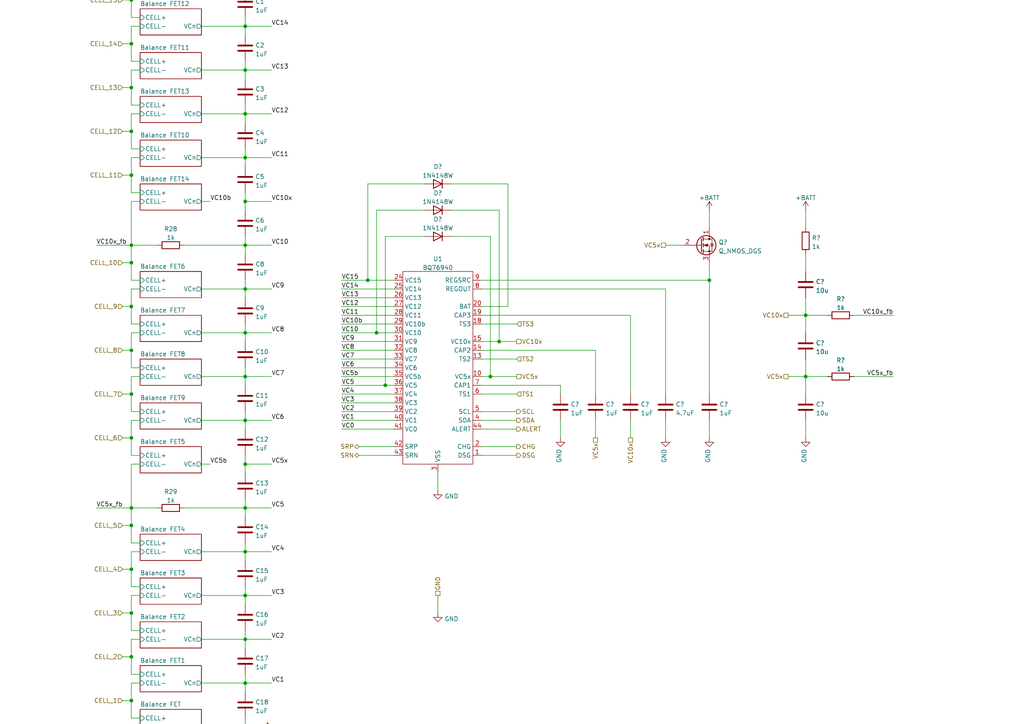
<source format=kicad_sch>
(kicad_sch (version 20211123) (generator eeschema)
  (paper "A4")
  (title_block (title "Protection and Balancing") (date "2022-10-30") (rev "Rev 0") (company "QTech BMS Dept"))
  (lib_symbols
    (symbol "BQ76940:BQ76940"
      (property "Reference" "U" (at 0 31.75 0))
      (property "Value" "BQ76940" (at 0 29.21 0))
      (symbol "BQ76940_0_1"
        (rectangle (start -10.16 27.94) (end 10.16 -27.94) (stroke (width 0.1524)))
      )
      (symbol "BQ76940_1_1"
        (pin input line (at 12.7 -25.4 180) (length 2.54) (name "DSG") (number "1"))
        (pin input line (at 12.7 -2.54 180) (length 2.54) (name "VC5x") (number "10"))
        (pin input line (at 12.7 5.08 180) (length 2.54) hide (name "N/C") (number "11"))
        (pin input line (at 12.7 5.08 180) (length 2.54) hide (name "NC") (number "12"))
        (pin input line (at 12.7 2.54 180) (length 2.54) (name "TS2") (number "13"))
        (pin input line (at 12.7 5.08 180) (length 2.54) (name "CAP2") (number "14"))
        (pin input line (at 12.7 7.62 180) (length 2.54) (name "VC10x") (number "15"))
        (pin input line (at 12.7 15.24 180) (length 2.54) hide (name "NC") (number "16"))
        (pin input line (at 12.7 15.24 180) (length 2.54) hide (name "NC") (number "17"))
        (pin input line (at 12.7 12.7 180) (length 2.54) (name "TS3") (number "18"))
        (pin input line (at 12.7 15.24 180) (length 2.54) (name "CAP3") (number "19"))
        (pin input line (at 12.7 -22.86 180) (length 2.54) (name "CHG") (number "2"))
        (pin input line (at 12.7 17.78 180) (length 2.54) (name "BAT") (number "20"))
        (pin no_connect line (at 38.1 10.16 180) (length 2.54) hide (name "NC") (number "21"))
        (pin no_connect line (at 38.1 7.62 180) (length 2.54) hide (name "NC") (number "22"))
        (pin no_connect line (at 38.1 5.08 180) (length 2.54) hide (name "NC") (number "23"))
        (pin input line (at -12.7 25.4 0) (length 2.54) (name "VC15") (number "24"))
        (pin input line (at -12.7 22.86 0) (length 2.54) (name "VC14") (number "25"))
        (pin input line (at -12.7 20.32 0) (length 2.54) (name "VC13") (number "26"))
        (pin input line (at -12.7 17.78 0) (length 2.54) (name "VC12") (number "27"))
        (pin input line (at -12.7 15.24 0) (length 2.54) (name "VC11") (number "28"))
        (pin input line (at -12.7 12.7 0) (length 2.54) (name "VC10b") (number "29"))
        (pin input line (at 0 -30.48 90) (length 2.54) (name "VSS") (number "3"))
        (pin input line (at -12.7 10.16 0) (length 2.54) (name "VC10") (number "30"))
        (pin input line (at -12.7 7.62 0) (length 2.54) (name "VC9") (number "31"))
        (pin input line (at -12.7 5.08 0) (length 2.54) (name "VC8") (number "32"))
        (pin input line (at -12.7 2.54 0) (length 2.54) (name "VC7") (number "33"))
        (pin input line (at -12.7 0 0) (length 2.54) (name "VC6") (number "34"))
        (pin input line (at -12.7 -2.54 0) (length 2.54) (name "VC5b") (number "35"))
        (pin input line (at -12.7 -5.08 0) (length 2.54) (name "VC5") (number "36"))
        (pin input line (at -12.7 -7.62 0) (length 2.54) (name "VC4") (number "37"))
        (pin input line (at -12.7 -10.16 0) (length 2.54) (name "VC3") (number "38"))
        (pin input line (at -12.7 -12.7 0) (length 2.54) (name "VC2") (number "39"))
        (pin input line (at 12.7 -15.24 180) (length 2.54) (name "SDA") (number "4"))
        (pin input line (at -12.7 -15.24 0) (length 2.54) (name "VC1") (number "40"))
        (pin input line (at -12.7 -17.78 0) (length 2.54) (name "VC0") (number "41"))
        (pin input line (at -12.7 -22.86 0) (length 2.54) (name "SRP") (number "42"))
        (pin input line (at -12.7 -25.4 0) (length 2.54) (name "SRN") (number "43"))
        (pin input line (at 12.7 -17.78 180) (length 2.54) (name "ALERT") (number "44"))
        (pin input line (at 12.7 -12.7 180) (length 2.54) (name "SCL") (number "5"))
        (pin input line (at 12.7 -7.62 180) (length 2.54) (name "TS1") (number "6"))
        (pin input line (at 12.7 -5.08 180) (length 2.54) (name "CAP1") (number "7"))
        (pin input line (at 12.7 22.86 180) (length 2.54) (name "REGOUT") (number "8"))
        (pin input line (at 12.7 25.4 180) (length 2.54) (name "REGSRC") (number "9"))
      )
    )
    (symbol "Device:C" (pin_numbers hide) (pin_names (offset 0.254))
      (property "Reference" "C" (at 0.635 2.54 0))
      (property "Value" "C" (at 0.635 -2.54 0))
      (symbol "C_0_1"
        (polyline (pts (xy -2.032 -0.762) (xy 2.032 -0.762)) (stroke (width 0.508)))
        (polyline (pts (xy -2.032 0.762) (xy 2.032 0.762)) (stroke (width 0.508)))
      )
      (symbol "C_1_1"
        (pin passive line (at 0 3.81 270) (length 2.794) (name "~") (number "1"))
        (pin passive line (at 0 -3.81 90) (length 2.794) (name "~") (number "2"))
      )
    )
    (symbol "Device:Q_NMOS_DGS" (pin_names (offset 0) hide)
      (property "Reference" "Q" (at 5.08 1.27 0))
      (property "Value" "Q_NMOS_DGS" (at 5.08 -1.27 0))
      (symbol "Q_NMOS_DGS_0_1"
        (polyline (pts (xy 0.254 0) (xy -2.54 0)))
        (polyline (pts (xy 0.254 1.905) (xy 0.254 -1.905)) (stroke (width 0.254)))
        (polyline (pts (xy 0.762 -1.27) (xy 0.762 -2.286)) (stroke (width 0.254)))
        (polyline (pts (xy 0.762 0.508) (xy 0.762 -0.508)) (stroke (width 0.254)))
        (polyline (pts (xy 0.762 2.286) (xy 0.762 1.27)) (stroke (width 0.254)))
        (polyline (pts (xy 2.54 2.54) (xy 2.54 1.778)))
        (polyline (pts (xy 2.54 -2.54) (xy 2.54 0) (xy 0.762 0)))
        (polyline (pts (xy 0.762 -1.778) (xy 3.302 -1.778) (xy 3.302 1.778) (xy 0.762 1.778)))
        (polyline (pts (xy 1.016 0) (xy 2.032 0.381) (xy 2.032 -0.381) (xy 1.016 0)) (fill (type outline)))
        (polyline (pts (xy 2.794 0.508) (xy 2.921 0.381) (xy 3.683 0.381) (xy 3.81 0.254)))
        (polyline (pts (xy 3.302 0.381) (xy 2.921 -0.254) (xy 3.683 -0.254) (xy 3.302 0.381)))
        (circle (center 1.651 0) (radius 2.794) (stroke (width 0.254)))
        (circle (center 2.54 -1.778) (radius 0.254) (fill (type outline)))
        (circle (center 2.54 1.778) (radius 0.254) (fill (type outline)))
      )
      (symbol "Q_NMOS_DGS_1_1"
        (pin passive line (at 2.54 5.08 270) (length 2.54) (name "D") (number "1"))
        (pin input line (at -5.08 0 0) (length 2.54) (name "G") (number "2"))
        (pin passive line (at 2.54 -5.08 90) (length 2.54) (name "S") (number "3"))
      )
    )
    (symbol "Device:R" (pin_numbers hide) (pin_names (offset 0))
      (property "Reference" "R" (at 2.032 0 90))
      (property "Value" "R" (at 0 0 90))
      (symbol "R_0_1"
        (rectangle (start -1.016 -2.54) (end 1.016 2.54) (stroke (width 0.254)))
      )
      (symbol "R_1_1"
        (pin passive line (at 0 3.81 270) (length 1.27) (name "~") (number "1"))
        (pin passive line (at 0 -3.81 90) (length 1.27) (name "~") (number "2"))
      )
    )
    (symbol "Diode:1N4148W" (pin_numbers hide) (pin_names hide)
      (property "Reference" "D" (at 0 2.54 0))
      (property "Value" "1N4148W" (at 0 -2.54 0))
      (symbol "1N4148W_0_1"
        (polyline (pts (xy -1.27 1.27) (xy -1.27 -1.27)) (stroke (width 0.254)))
        (polyline (pts (xy 1.27 0) (xy -1.27 0)))
        (polyline (pts (xy 1.27 1.27) (xy 1.27 -1.27) (xy -1.27 0) (xy 1.27 1.27)) (stroke (width 0.254)))
      )
      (symbol "1N4148W_1_1"
        (pin passive line (at -3.81 0 0) (length 2.54) (name "K") (number "1"))
        (pin passive line (at 3.81 0 180) (length 2.54) (name "A") (number "2"))
      )
    )
    (symbol "power:+BATT" (power) (pin_names (offset 0))
      (property "Value" "+BATT" (at 0 3.556 0))
      (symbol "+BATT_0_1"
        (polyline (pts (xy -0.762 1.27) (xy 0 2.54)))
        (polyline (pts (xy 0 0) (xy 0 2.54)))
        (polyline (pts (xy 0 2.54) (xy 0.762 1.27)))
      )
      (symbol "+BATT_1_1"
        (pin power_in line (at 0 0 90) (length 0) hide (name "+BATT") (number "1"))
      )
    )
    (symbol "power:GND" (power) (pin_names (offset 0))
      (property "Value" "GND" (at 0 -3.81 0))
      (symbol "GND_0_1"
        (polyline (pts (xy 0 0) (xy 0 -1.27) (xy 1.27 -1.27) (xy 0 -2.54) (xy -1.27 -1.27) (xy 0 -1.27)))
      )
      (symbol "GND_1_1"
        (pin power_in line (at 0 0 270) (length 0) hide (name "GND") (number "1"))
      )
    )
  )
  (junction (at 38.1 -5.08))
  (junction (at 71.12 20.32))
  (junction (at 38.1 25.4))
  (junction (at 142.24 109.22))
  (junction (at 71.12 185.42))
  (junction (at 38.1 38.1))
  (junction (at 71.12 198.12))
  (junction (at 71.12 -5.08))
  (junction (at 38.1 114.3))
  (junction (at 109.22 96.52))
  (junction (at 38.1 76.2))
  (junction (at 71.12 33.02))
  (junction (at 38.1 177.8))
  (junction (at 38.1 12.7))
  (junction (at 38.1 203.2))
  (junction (at 38.1 147.32))
  (junction (at 106.68 81.28))
  (junction (at 71.12 96.52))
  (junction (at 71.12 160.02))
  (junction (at 71.12 210.82))
  (junction (at 233.68 109.22))
  (junction (at 38.1 215.9))
  (junction (at 38.1 50.8))
  (junction (at 38.1 127))
  (junction (at 38.1 152.4))
  (junction (at 71.12 121.92))
  (junction (at 71.12 147.32))
  (junction (at 111.76 111.76))
  (junction (at 233.68 91.44))
  (junction (at 71.12 223.52))
  (junction (at 71.12 45.72))
  (junction (at 71.12 58.42))
  (junction (at 71.12 7.62))
  (junction (at 71.12 134.62))
  (junction (at 71.12 172.72))
  (junction (at 71.12 71.12))
  (junction (at 38.1 165.1))
  (junction (at 38.1 0))
  (junction (at 144.78 99.06))
  (junction (at 205.74 81.28))
  (junction (at 38.1 190.5))
  (junction (at 71.12 83.82))
  (junction (at 38.1 101.6))
  (junction (at 71.12 109.22))
  (junction (at 38.1 71.12))
  (junction (at 38.1 88.9))
  (wire (pts (xy 99.06 106.68) (xy 114.3 106.68)))
  (wire (pts (xy 58.42 134.62) (xy 60.96 134.62)))
  (wire (pts (xy 99.06 119.38) (xy 114.3 119.38)))
  (wire (pts (xy 162.56 111.76) (xy 162.56 114.3)))
  (wire (pts (xy 35.56 177.8) (xy 38.1 177.8)))
  (wire (pts (xy 106.68 81.28) (xy 106.68 53.34)))
  (wire (pts (xy 233.68 121.92) (xy 233.68 127)))
  (wire (pts (xy 139.7 83.82) (xy 193.04 83.82)))
  (wire (pts (xy 38.1 190.5) (xy 38.1 185.42)))
  (wire (pts (xy 147.32 88.9) (xy 147.32 53.34)))
  (wire (pts (xy 38.1 165.1) (xy 38.1 160.02)))
  (wire (pts (xy 58.42 7.62) (xy 71.12 7.62)))
  (wire (pts (xy 35.56 88.9) (xy 38.1 88.9)))
  (wire (pts (xy 139.7 119.38) (xy 149.86 119.38)))
  (wire (pts (xy 205.74 121.92) (xy 205.74 127)))
  (wire (pts (xy 71.12 7.62) (xy 71.12 10.16)))
  (wire (pts (xy 38.1 147.32) (xy 38.1 134.62)))
  (wire (pts (xy 38.1 210.82) (xy 40.64 210.82)))
  (wire (pts (xy 233.68 60.96) (xy 233.68 66.04)))
  (wire (pts (xy 38.1 208.28) (xy 40.64 208.28)))
  (wire (pts (xy 142.24 68.58) (xy 130.81 68.58)))
  (wire (pts (xy 71.12 81.28) (xy 71.12 83.82)))
  (wire (pts (xy 71.12 134.62) (xy 78.74 134.62)))
  (wire (pts (xy 233.68 104.14) (xy 233.68 109.22)))
  (wire (pts (xy 71.12 20.32) (xy 71.12 22.86)))
  (wire (pts (xy 99.06 93.98) (xy 114.3 93.98)))
  (wire (pts (xy 38.1 12.7) (xy 38.1 7.62)))
  (wire (pts (xy 71.12 -5.08) (xy 71.12 -2.54)))
  (wire (pts (xy 38.1 170.18) (xy 40.64 170.18)))
  (wire (pts (xy 99.06 91.44) (xy 114.3 91.44)))
  (wire (pts (xy 147.32 53.34) (xy 130.81 53.34)))
  (wire (pts (xy 193.04 121.92) (xy 193.04 127)))
  (wire (pts (xy 38.1 71.12) (xy 45.72 71.12)))
  (wire (pts (xy 99.06 83.82) (xy 114.3 83.82)))
  (wire (pts (xy 114.3 132.08) (xy 104.14 132.08)))
  (wire (pts (xy 38.1 93.98) (xy 38.1 88.9)))
  (wire (pts (xy 38.1 106.68) (xy 38.1 101.6)))
  (wire (pts (xy 58.42 172.72) (xy 71.12 172.72)))
  (wire (pts (xy 144.78 99.06) (xy 144.78 60.96)))
  (wire (pts (xy 71.12 182.88) (xy 71.12 185.42)))
  (wire (pts (xy 53.34 147.32) (xy 71.12 147.32)))
  (wire (pts (xy 38.1 -5.08) (xy 38.1 0)))
  (wire (pts (xy 38.1 147.32) (xy 45.72 147.32)))
  (wire (pts (xy 99.06 86.36) (xy 114.3 86.36)))
  (wire (pts (xy 38.1 81.28) (xy 38.1 76.2)))
  (wire (pts (xy 71.12 132.08) (xy 71.12 134.62)))
  (wire (pts (xy 38.1 101.6) (xy 38.1 96.52)))
  (wire (pts (xy 71.12 121.92) (xy 78.74 121.92)))
  (wire (pts (xy 193.04 83.82) (xy 193.04 114.3)))
  (wire (pts (xy 233.68 86.36) (xy 233.68 91.44)))
  (wire (pts (xy 139.7 124.46) (xy 149.86 124.46)))
  (wire (pts (xy 38.1 -5.08) (xy 45.72 -5.08)))
  (wire (pts (xy 38.1 127) (xy 38.1 121.92)))
  (wire (pts (xy 38.1 157.48) (xy 38.1 152.4)))
  (wire (pts (xy 71.12 210.82) (xy 76.2 210.82)))
  (wire (pts (xy 144.78 99.06) (xy 149.86 99.06)))
  (wire (pts (xy 71.12 96.52) (xy 71.12 99.06)))
  (wire (pts (xy 198.12 71.12) (xy 193.04 71.12)))
  (wire (pts (xy 71.12 17.78) (xy 71.12 20.32)))
  (wire (pts (xy 71.12 223.52) (xy 71.12 220.98)))
  (wire (pts (xy 127 137.16) (xy 127 142.24)))
  (wire (pts (xy 38.1 172.72) (xy 40.64 172.72)))
  (wire (pts (xy 35.56 152.4) (xy 38.1 152.4)))
  (wire (pts (xy 142.24 109.22) (xy 142.24 68.58)))
  (wire (pts (xy 71.12 195.58) (xy 71.12 198.12)))
  (wire (pts (xy 71.12 121.92) (xy 71.12 124.46)))
  (wire (pts (xy 71.12 20.32) (xy 78.74 20.32)))
  (wire (pts (xy 38.1 121.92) (xy 40.64 121.92)))
  (wire (pts (xy 35.56 114.3) (xy 38.1 114.3)))
  (wire (pts (xy 35.56 50.8) (xy 38.1 50.8)))
  (wire (pts (xy 71.12 157.48) (xy 71.12 160.02)))
  (wire (pts (xy 71.12 58.42) (xy 78.74 58.42)))
  (wire (pts (xy 109.22 96.52) (xy 114.3 96.52)))
  (wire (pts (xy 35.56 0) (xy 38.1 0)))
  (wire (pts (xy 71.12 172.72) (xy 78.74 172.72)))
  (wire (pts (xy 71.12 147.32) (xy 71.12 144.78)))
  (wire (pts (xy 58.42 210.82) (xy 60.96 210.82)))
  (wire (pts (xy 38.1 30.48) (xy 38.1 25.4)))
  (wire (pts (xy 71.12 45.72) (xy 71.12 48.26)))
  (wire (pts (xy 38.1 215.9) (xy 38.1 210.82)))
  (wire (pts (xy 172.72 121.92) (xy 172.72 127)))
  (wire (pts (xy 35.56 25.4) (xy 38.1 25.4)))
  (wire (pts (xy 172.72 101.6) (xy 172.72 114.3)))
  (wire (pts (xy 38.1 93.98) (xy 40.64 93.98)))
  (wire (pts (xy 71.12 185.42) (xy 78.74 185.42)))
  (wire (pts (xy 233.68 91.44) (xy 233.68 96.52)))
  (wire (pts (xy 58.42 83.82) (xy 71.12 83.82)))
  (wire (pts (xy 71.12 198.12) (xy 78.74 198.12)))
  (wire (pts (xy 71.12 109.22) (xy 78.74 109.22)))
  (wire (pts (xy 38.1 119.38) (xy 38.1 114.3)))
  (wire (pts (xy 114.3 129.54) (xy 104.14 129.54)))
  (wire (pts (xy 233.68 109.22) (xy 228.6 109.22)))
  (wire (pts (xy 58.42 33.02) (xy 71.12 33.02)))
  (wire (pts (xy 38.1 88.9) (xy 38.1 83.82)))
  (wire (pts (xy 139.7 104.14) (xy 149.86 104.14)))
  (wire (pts (xy 233.68 109.22) (xy 233.68 114.3)))
  (wire (pts (xy 38.1 114.3) (xy 38.1 109.22)))
  (wire (pts (xy 139.7 111.76) (xy 162.56 111.76)))
  (wire (pts (xy 38.1 43.18) (xy 38.1 38.1)))
  (wire (pts (xy 142.24 109.22) (xy 149.86 109.22)))
  (wire (pts (xy 106.68 81.28) (xy 114.3 81.28)))
  (wire (pts (xy 38.1 7.62) (xy 40.64 7.62)))
  (wire (pts (xy 58.42 45.72) (xy 71.12 45.72)))
  (wire (pts (xy 38.1 177.8) (xy 38.1 172.72)))
  (wire (pts (xy 71.12 30.48) (xy 71.12 33.02)))
  (wire (pts (xy 38.1 5.08) (xy 40.64 5.08)))
  (wire (pts (xy 35.56 127) (xy 38.1 127)))
  (wire (pts (xy 71.12 210.82) (xy 71.12 213.36)))
  (wire (pts (xy 38.1 -10.16) (xy 38.1 -5.08)))
  (wire (pts (xy 111.76 111.76) (xy 111.76 68.58)))
  (wire (pts (xy 38.1 160.02) (xy 40.64 160.02)))
  (wire (pts (xy 58.42 185.42) (xy 71.12 185.42)))
  (wire (pts (xy 71.12 208.28) (xy 71.12 210.82)))
  (wire (pts (xy 205.74 81.28) (xy 205.74 114.3)))
  (wire (pts (xy 38.1 203.2) (xy 38.1 198.12)))
  (wire (pts (xy 38.1 132.08) (xy 38.1 127)))
  (wire (pts (xy 38.1 83.82) (xy 40.64 83.82)))
  (wire (pts (xy 71.12 223.52) (xy 78.74 223.52)))
  (wire (pts (xy 38.1 195.58) (xy 38.1 190.5)))
  (wire (pts (xy 99.06 99.06) (xy 114.3 99.06)))
  (wire (pts (xy 38.1 96.52) (xy 40.64 96.52)))
  (wire (pts (xy 58.42 109.22) (xy 71.12 109.22)))
  (wire (pts (xy 71.12 7.62) (xy 78.74 7.62)))
  (wire (pts (xy 205.74 76.2) (xy 205.74 81.28)))
  (wire (pts (xy 38.1 58.42) (xy 40.64 58.42)))
  (wire (pts (xy 38.1 17.78) (xy 40.64 17.78)))
  (wire (pts (xy 71.12 160.02) (xy 78.74 160.02)))
  (wire (pts (xy 35.56 165.1) (xy 38.1 165.1)))
  (wire (pts (xy 38.1 43.18) (xy 40.64 43.18)))
  (wire (pts (xy 38.1 198.12) (xy 40.64 198.12)))
  (wire (pts (xy 35.56 203.2) (xy 38.1 203.2)))
  (wire (pts (xy 71.12 33.02) (xy 71.12 35.56)))
  (wire (pts (xy 71.12 83.82) (xy 71.12 86.36)))
  (wire (pts (xy 38.1 30.48) (xy 40.64 30.48)))
  (wire (pts (xy 182.88 91.44) (xy 182.88 114.3)))
  (wire (pts (xy 35.56 101.6) (xy 38.1 101.6)))
  (wire (pts (xy 99.06 81.28) (xy 106.68 81.28)))
  (wire (pts (xy 38.1 55.88) (xy 38.1 50.8)))
  (wire (pts (xy 71.12 -5.08) (xy 78.74 -5.08)))
  (wire (pts (xy 38.1 71.12) (xy 38.1 76.2)))
  (wire (pts (xy 162.56 121.92) (xy 162.56 127)))
  (wire (pts (xy 71.12 58.42) (xy 71.12 60.96)))
  (wire (pts (xy 38.1 20.32) (xy 40.64 20.32)))
  (wire (pts (xy 247.65 91.44) (xy 259.08 91.44)))
  (wire (pts (xy 38.1 106.68) (xy 40.64 106.68)))
  (wire (pts (xy 38.1 195.58) (xy 40.64 195.58)))
  (wire (pts (xy 71.12 106.68) (xy 71.12 109.22)))
  (wire (pts (xy 71.12 172.72) (xy 71.12 175.26)))
  (wire (pts (xy 38.1 50.8) (xy 38.1 45.72)))
  (wire (pts (xy 38.1 71.12) (xy 38.1 58.42)))
  (wire (pts (xy 106.68 53.34) (xy 123.19 53.34)))
  (wire (pts (xy 71.12 170.18) (xy 71.12 172.72)))
  (wire (pts (xy 144.78 60.96) (xy 130.81 60.96)))
  (wire (pts (xy 58.42 96.52) (xy 71.12 96.52)))
  (wire (pts (xy 139.7 99.06) (xy 144.78 99.06)))
  (wire (pts (xy 58.42 20.32) (xy 71.12 20.32)))
  (wire (pts (xy 58.42 121.92) (xy 71.12 121.92)))
  (wire (pts (xy 71.12 109.22) (xy 71.12 111.76)))
  (wire (pts (xy 38.1 185.42) (xy 40.64 185.42)))
  (wire (pts (xy 38.1 215.9) (xy 38.1 220.98)))
  (wire (pts (xy 58.42 58.42) (xy 60.96 58.42)))
  (wire (pts (xy 109.22 96.52) (xy 109.22 60.96)))
  (wire (pts (xy 71.12 45.72) (xy 78.74 45.72)))
  (wire (pts (xy 71.12 71.12) (xy 71.12 68.58)))
  (wire (pts (xy 139.7 109.22) (xy 142.24 109.22)))
  (wire (pts (xy 99.06 88.9) (xy 114.3 88.9)))
  (wire (pts (xy 71.12 96.52) (xy 78.74 96.52)))
  (wire (pts (xy 35.56 12.7) (xy 38.1 12.7)))
  (wire (pts (xy 233.68 73.66) (xy 233.68 78.74)))
  (wire (pts (xy 71.12 55.88) (xy 71.12 58.42)))
  (wire (pts (xy 60.96 223.52) (xy 71.12 223.52)))
  (wire (pts (xy 71.12 147.32) (xy 71.12 149.86)))
  (wire (pts (xy 109.22 60.96) (xy 123.19 60.96)))
  (wire (pts (xy 127 172.72) (xy 127 177.8)))
  (wire (pts (xy 139.7 129.54) (xy 149.86 129.54)))
  (wire (pts (xy 182.88 121.92) (xy 182.88 127)))
  (wire (pts (xy 38.1 45.72) (xy 40.64 45.72)))
  (wire (pts (xy 53.34 71.12) (xy 71.12 71.12)))
  (wire (pts (xy 71.12 134.62) (xy 71.12 137.16)))
  (wire (pts (xy 111.76 68.58) (xy 123.19 68.58)))
  (wire (pts (xy 71.12 71.12) (xy 71.12 73.66)))
  (wire (pts (xy 35.56 215.9) (xy 38.1 215.9)))
  (wire (pts (xy 139.7 121.92) (xy 149.86 121.92)))
  (wire (pts (xy 35.56 190.5) (xy 38.1 190.5)))
  (wire (pts (xy 71.12 33.02) (xy 78.74 33.02)))
  (wire (pts (xy 71.12 43.18) (xy 71.12 45.72)))
  (wire (pts (xy 99.06 124.46) (xy 114.3 124.46)))
  (wire (pts (xy 38.1 132.08) (xy 40.64 132.08)))
  (wire (pts (xy 71.12 185.42) (xy 71.12 187.96)))
  (wire (pts (xy 99.06 96.52) (xy 109.22 96.52)))
  (wire (pts (xy 38.1 147.32) (xy 38.1 152.4)))
  (wire (pts (xy 99.06 101.6) (xy 114.3 101.6)))
  (wire (pts (xy 38.1 38.1) (xy 38.1 33.02)))
  (wire (pts (xy 99.06 111.76) (xy 111.76 111.76)))
  (wire (pts (xy 139.7 91.44) (xy 182.88 91.44)))
  (wire (pts (xy 38.1 33.02) (xy 40.64 33.02)))
  (wire (pts (xy 35.56 76.2) (xy 38.1 76.2)))
  (wire (pts (xy 247.65 109.22) (xy 259.08 109.22)))
  (wire (pts (xy 58.42 198.12) (xy 71.12 198.12)))
  (wire (pts (xy 38.1 17.78) (xy 38.1 12.7)))
  (wire (pts (xy 38.1 170.18) (xy 38.1 165.1)))
  (wire (pts (xy 233.68 91.44) (xy 228.6 91.44)))
  (wire (pts (xy 35.56 38.1) (xy 38.1 38.1)))
  (wire (pts (xy 71.12 119.38) (xy 71.12 121.92)))
  (wire (pts (xy 139.7 81.28) (xy 205.74 81.28)))
  (wire (pts (xy 71.12 93.98) (xy 71.12 96.52)))
  (wire (pts (xy 38.1 55.88) (xy 40.64 55.88)))
  (wire (pts (xy 139.7 132.08) (xy 149.86 132.08)))
  (wire (pts (xy 139.7 101.6) (xy 172.72 101.6)))
  (wire (pts (xy 38.1 208.28) (xy 38.1 203.2)))
  (wire (pts (xy 233.68 91.44) (xy 240.03 91.44)))
  (wire (pts (xy 139.7 93.98) (xy 149.86 93.98)))
  (wire (pts (xy 38.1 157.48) (xy 40.64 157.48)))
  (wire (pts (xy 38.1 109.22) (xy 40.64 109.22)))
  (wire (pts (xy 38.1 182.88) (xy 40.64 182.88)))
  (wire (pts (xy 139.7 88.9) (xy 147.32 88.9)))
  (wire (pts (xy 53.34 -5.08) (xy 71.12 -5.08)))
  (wire (pts (xy 139.7 114.3) (xy 149.86 114.3)))
  (wire (pts (xy 38.1 25.4) (xy 38.1 20.32)))
  (wire (pts (xy 38.1 81.28) (xy 40.64 81.28)))
  (wire (pts (xy 71.12 160.02) (xy 71.12 162.56)))
  (wire (pts (xy 38.1 182.88) (xy 38.1 177.8)))
  (wire (pts (xy 99.06 114.3) (xy 114.3 114.3)))
  (wire (pts (xy 38.1 5.08) (xy 38.1 0)))
  (wire (pts (xy 233.68 109.22) (xy 240.03 109.22)))
  (wire (pts (xy 38.1 134.62) (xy 40.64 134.62)))
  (wire (pts (xy 99.06 121.92) (xy 114.3 121.92)))
  (wire (pts (xy 71.12 5.08) (xy 71.12 7.62)))
  (wire (pts (xy 71.12 147.32) (xy 78.74 147.32)))
  (wire (pts (xy 38.1 119.38) (xy 40.64 119.38)))
  (wire (pts (xy 99.06 116.84) (xy 114.3 116.84)))
  (wire (pts (xy 71.12 198.12) (xy 71.12 200.66)))
  (wire (pts (xy 71.12 83.82) (xy 78.74 83.82)))
  (wire (pts (xy 27.94 147.32) (xy 38.1 147.32)))
  (wire (pts (xy 58.42 160.02) (xy 71.12 160.02)))
  (wire (pts (xy 27.94 71.12) (xy 38.1 71.12)))
  (wire (pts (xy 60.96 210.82) (xy 60.96 223.52)))
  (wire (pts (xy 205.74 60.96) (xy 205.74 66.04)))
  (wire (pts (xy 99.06 109.22) (xy 114.3 109.22)))
  (wire (pts (xy 99.06 104.14) (xy 114.3 104.14)))
  (wire (pts (xy 111.76 111.76) (xy 114.3 111.76)))
  (wire (pts (xy 71.12 71.12) (xy 78.74 71.12)))
  (label "VC7" (at 78.74 109.22 0))
  (label "VC4" (at 99.06 114.3 0))
  (label "VC1" (at 78.74 198.12 0))
  (label "VC5" (at 78.74 147.32 0))
  (label "VC15" (at 78.74 -5.08 0))
  (label "VC10x_fb" (at 259.08 91.44 180))
  (label "VC10" (at 99.06 96.52 0))
  (label "VC3" (at 78.74 172.72 0))
  (label "VC5b" (at 60.96 134.62 0))
  (label "VC15" (at 99.06 81.28 0))
  (label "VC5x_fb" (at 27.94 147.32 0))
  (label "VC3" (at 99.06 116.84 0))
  (label "VC0" (at 78.74 223.52 0))
  (label "VC5x" (at 78.74 134.62 0))
  (label "VC14" (at 99.06 83.82 0))
  (label "VC0" (at 99.06 124.46 0))
  (label "VC6" (at 99.06 106.68 0))
  (label "VC13" (at 99.06 86.36 0))
  (label "VC6" (at 78.74 121.92 0))
  (label "VC4" (at 78.74 160.02 0))
  (label "VC10b" (at 99.06 93.98 0))
  (label "VC7" (at 99.06 104.14 0))
  (label "VC10x" (at 78.74 58.42 0))
  (label "VC12" (at 99.06 88.9 0))
  (label "VC1" (at 99.06 121.92 0))
  (label "VC5x_fb" (at 259.08 109.22 180))
  (label "VC12" (at 78.74 33.02 0))
  (label "VC9" (at 99.06 99.06 0))
  (label "VC10x_fb" (at 27.94 71.12 0))
  (label "VC10b" (at 60.96 58.42 0))
  (label "VC10" (at 78.74 71.12 0))
  (label "VC5b" (at 99.06 109.22 0))
  (label "VC13" (at 78.74 20.32 0))
  (label "VC11" (at 78.74 45.72 0))
  (label "VC11" (at 99.06 91.44 0))
  (label "VC9" (at 78.74 83.82 0))
  (label "VC8" (at 78.74 96.52 0))
  (label "VC2" (at 99.06 119.38 0))
  (label "VC5" (at 99.06 111.76 0))
  (label "VC14" (at 78.74 7.62 0))
  (label "VC8" (at 99.06 101.6 0))
  (label "VC2" (at 78.74 185.42 0))
  (hierarchical_label "SRP" (shape bidirectional) (at 104.14 129.54 180))
  (hierarchical_label "DSG" (shape output) (at 149.86 132.08 0))
  (hierarchical_label "CELL_13" (shape input) (at 35.56 25.4 180))
  (hierarchical_label "CELL_2" (shape input) (at 35.56 190.5 180))
  (hierarchical_label "CELL_14" (shape input) (at 35.56 12.7 180))
  (hierarchical_label "CELL_0" (shape input) (at 35.56 215.9 180))
  (hierarchical_label "CELL_15" (shape input) (at 35.56 0 180))
  (hierarchical_label "CELL_9" (shape input) (at 35.56 88.9 180))
  (hierarchical_label "CELL_5" (shape input) (at 35.56 152.4 180))
  (hierarchical_label "CELL_3" (shape input) (at 35.56 177.8 180))
  (hierarchical_label "TS1" (shape input) (at 149.86 114.3 0))
  (hierarchical_label "TS2" (shape input) (at 149.86 104.14 0))
  (hierarchical_label "CELL_10" (shape input) (at 35.56 76.2 180))
  (hierarchical_label "SCL" (shape output) (at 149.86 119.38 0))
  (hierarchical_label "CELL_7" (shape input) (at 35.56 114.3 180))
  (hierarchical_label "CELL_1" (shape input) (at 35.56 203.2 180))
  (hierarchical_label "VC10x" (shape passive) (at 149.86 99.06 0))
  (hierarchical_label "VC5x" (shape passive) (at 172.72 127 270))
  (hierarchical_label "CELL_4" (shape input) (at 35.56 165.1 180))
  (hierarchical_label "VC5x" (shape passive) (at 228.6 109.22 180))
  (hierarchical_label "VC10x" (shape passive) (at 228.6 91.44 180))
  (hierarchical_label "VC5x" (shape passive) (at 193.04 71.12 180))
  (hierarchical_label "SRN" (shape bidirectional) (at 104.14 132.08 180))
  (hierarchical_label "TS3" (shape input) (at 149.86 93.98 0))
  (hierarchical_label "SDA" (shape output) (at 149.86 121.92 0))
  (hierarchical_label "VC10x" (shape passive) (at 182.88 127 270))
  (hierarchical_label "CHG" (shape output) (at 149.86 129.54 0))
  (hierarchical_label "VC5x" (shape passive) (at 149.86 109.22 0))
  (hierarchical_label "CELL_11" (shape input) (at 35.56 50.8 180))
  (hierarchical_label "CELL_8" (shape input) (at 35.56 101.6 180))
  (hierarchical_label "ALERT" (shape output) (at 149.86 124.46 0))
  (hierarchical_label "CELL_12" (shape input) (at 35.56 38.1 180))
  (hierarchical_label "CELL_6" (shape input) (at 35.56 127 180))
  (hierarchical_label "GND" (shape passive) (at 127 172.72 90))
  (symbol (lib_id "Device:C") (at 71.12 166.37 0) (unit 1)
    (property "Reference" "C15" (at 74.041 165.5353 0) (effects (justify left)))
    (property "Value" "1uF" (at 74.041 168.0722 0) (effects (justify left)))
    (property "Footprint" "Capacitor_SMD:C_0603_1608Metric" (effects hide))
    (property "Src_Value" "C_ine" (effects hide))
    (property "Src_Page" "20" (effects hide))
  )
  (symbol (lib_id "Device:C") (at 233.68 100.33 180) (unit 1)
    (property "Reference" "C?" (at 236.601 99.4953 0) (effects (justify right)))
    (property "Value" "10u" (at 236.601 102.0322 0) (effects (justify right)))
    (property "Footprint" "Capacitor_SMD:C_0603_1608Metric" (effects hide))
    (property "Src_Value" "C_ine" (effects hide))
    (property "Src_Page" "20" (effects hide))
  )
  (symbol (lib_id "Device:R") (at 243.84 91.44 90) (unit 1)
    (property "Reference" "R?" (at 243.84 86.7242 90))
    (property "Value" "1k" (at 243.84 89.2611 90))
    (property "Footprint" "Resistor_SMD:R_0603_1608Metric" (effects hide))
    (property "Src_Value" "R_cn" (effects hide))
    (property "Src_Page" "20" (effects hide))
  )
  (symbol (lib_id "power:GND") (at 193.04 127 0) (unit 1)
    (property "Reference" "#PWR?" (effects hide))
    (property "Value" "GND" (at 192.6062 130.175 90) (effects (justify right)))
  )
  (symbol (lib_id "power:GND") (at 162.56 127 0) (unit 1)
    (property "Reference" "#PWR?" (effects hide))
    (property "Value" "GND" (at 162.1262 130.175 90) (effects (justify right)))
  )
  (symbol (lib_id "power:+BATT") (at 38.1 -10.16 0) (unit 1)
    (property "Reference" "#PWR?" (effects hide))
    (property "Value" "+BATT" (at 38.1 -13.7358 0))
  )
  (symbol (lib_id "Diode:1N4148W") (at 127 53.34 180) (unit 1)
    (property "Reference" "D?" (at 127 48.3702 0))
    (property "Value" "1N4148W" (at 127 50.9071 0))
    (property "Footprint" "Diode_SMD:D_SOD-123" (effects hide))
    (property "Datasheet" "https://www.vishay.com/docs/85748/1n4148w.pdf" (effects hide))
  )
  (symbol (lib_id "Device:C") (at 71.12 102.87 0) (unit 1)
    (property "Reference" "C10" (at 74.041 102.0353 0) (effects (justify left)))
    (property "Value" "1uF" (at 74.041 104.5722 0) (effects (justify left)))
    (property "Footprint" "Capacitor_SMD:C_0603_1608Metric" (effects hide))
    (property "Src_Value" "C_ine" (effects hide))
    (property "Src_Page" "20" (effects hide))
  )
  (symbol (lib_id "Device:C") (at 233.68 82.55 180) (unit 1)
    (property "Reference" "C?" (at 236.601 81.7153 0) (effects (justify right)))
    (property "Value" "10u" (at 236.601 84.2522 0) (effects (justify right)))
    (property "Footprint" "Capacitor_SMD:C_0603_1608Metric" (effects hide))
    (property "Src_Value" "C_ine" (effects hide))
    (property "Src_Page" "20" (effects hide))
  )
  (symbol (lib_id "Device:R") (at 233.68 69.85 0) (unit 1)
    (property "Reference" "R?" (at 235.458 69.0153 0) (effects (justify left)))
    (property "Value" "1k" (at 235.458 71.5522 0) (effects (justify left)))
    (property "Footprint" "Resistor_SMD:R_0603_1608Metric" (effects hide))
    (property "Src_Value" "R_cn" (effects hide))
    (property "Src_Page" "20" (effects hide))
  )
  (symbol (lib_id "power:+BATT") (at 205.74 60.96 0) (unit 1)
    (property "Reference" "#PWR?" (effects hide))
    (property "Value" "+BATT" (at 205.74 57.3842 0))
  )
  (symbol (lib_id "Diode:1N4148W") (at 127 68.58 180) (unit 1)
    (property "Reference" "D?" (at 127 63.6102 0))
    (property "Value" "1N4148W" (at 127 66.1471 0))
    (property "Footprint" "Diode_SMD:D_SOD-123" (effects hide))
    (property "Datasheet" "https://www.vishay.com/docs/85748/1n4148w.pdf" (effects hide))
  )
  (symbol (lib_id "Device:R") (at 49.53 147.32 90) (unit 1)
    (property "Reference" "R29" (at 49.53 142.6042 90))
    (property "Value" "1k" (at 49.53 145.1411 90))
    (property "Footprint" "Resistor_SMD:R_0603_1608Metric" (effects hide))
    (property "Src_Value" "R_cn" (effects hide))
    (property "Src_Page" "20" (effects hide))
  )
  (symbol (lib_id "power:+BATT") (at 233.68 60.96 0) (unit 1)
    (property "Reference" "#PWR?" (effects hide))
    (property "Value" "+BATT" (at 233.68 57.3842 0))
  )
  (symbol (lib_id "Device:C") (at 71.12 77.47 0) (unit 1)
    (property "Reference" "C8" (at 74.041 76.6353 0) (effects (justify left)))
    (property "Value" "1uF" (at 74.041 79.1722 0) (effects (justify left)))
    (property "Footprint" "Capacitor_SMD:C_0603_1608Metric" (effects hide))
    (property "Src_Value" "C_ine" (effects hide))
    (property "Src_Page" "20" (effects hide))
  )
  (symbol (lib_id "Device:C") (at 71.12 217.17 0) (unit 1)
    (property "Reference" "C19" (at 74.041 216.3353 0) (effects (justify left)))
    (property "Value" "1uF" (at 74.041 218.8722 0) (effects (justify left)))
    (property "Footprint" "Capacitor_SMD:C_0603_1608Metric" (effects hide))
    (property "Src_Value" "C_ine" (effects hide))
    (property "Src_Page" "20" (effects hide))
  )
  (symbol (lib_id "Device:C") (at 71.12 39.37 0) (unit 1)
    (property "Reference" "C4" (at 74.041 38.5353 0) (effects (justify left)))
    (property "Value" "1uF" (at 74.041 41.0722 0) (effects (justify left)))
    (property "Footprint" "Capacitor_SMD:C_0603_1608Metric" (effects hide))
    (property "Src_Value" "C_ine" (effects hide))
    (property "Src_Page" "20" (effects hide))
  )
  (symbol (lib_id "Device:Q_NMOS_DGS") (at 203.2 71.12 0) (unit 1)
    (property "Reference" "Q?" (at 208.4069 70.2853 0) (effects (justify left)))
    (property "Value" "Q_NMOS_DGS" (at 208.4069 72.8222 0) (effects (justify left)))
    (property "Footprint" "Package_TO_SOT_SMD:SOT-23" (effects hide))
    (property "Src_Value" "bal_fet" (effects hide))
  )
  (symbol (lib_id "power:GND") (at 233.68 127 0) (unit 1)
    (property "Reference" "#PWR?" (effects hide))
    (property "Value" "GND" (at 233.2462 130.175 90) (effects (justify right)))
  )
  (symbol (lib_id "power:GND") (at 127 177.8 0) (unit 1)
    (property "Reference" "#PWR?" (effects hide))
    (property "Value" "GND" (at 128.905 179.5038 0) (effects (justify left)))
  )
  (symbol (lib_id "Diode:1N4148W") (at 127 60.96 180) (unit 1)
    (property "Reference" "D?" (at 127 55.9902 0))
    (property "Value" "1N4148W" (at 127 58.5271 0))
    (property "Footprint" "Diode_SMD:D_SOD-123" (effects hide))
    (property "Datasheet" "https://www.vishay.com/docs/85748/1n4148w.pdf" (effects hide))
  )
  (symbol (lib_id "Device:C") (at 233.68 118.11 180) (unit 1)
    (property "Reference" "C?" (at 236.601 117.2753 0) (effects (justify right)))
    (property "Value" "10u" (at 236.601 119.8122 0) (effects (justify right)))
    (property "Footprint" "Capacitor_SMD:C_0603_1608Metric" (effects hide))
    (property "Src_Value" "C_ine" (effects hide))
    (property "Src_Page" "20" (effects hide))
  )
  (symbol (lib_id "Device:C") (at 71.12 52.07 0) (unit 1)
    (property "Reference" "C5" (at 74.041 51.2353 0) (effects (justify left)))
    (property "Value" "1uF" (at 74.041 53.7722 0) (effects (justify left)))
    (property "Footprint" "Capacitor_SMD:C_0603_1608Metric" (effects hide))
    (property "Src_Value" "C_ine" (effects hide))
    (property "Src_Page" "20" (effects hide))
  )
  (symbol (lib_id "Device:R") (at 49.53 71.12 90) (unit 1)
    (property "Reference" "R28" (at 49.53 66.4042 90))
    (property "Value" "1k" (at 49.53 68.9411 90))
    (property "Footprint" "Resistor_SMD:R_0603_1608Metric" (effects hide))
    (property "Src_Value" "R_cn" (effects hide))
    (property "Src_Page" "20" (effects hide))
  )
  (symbol (lib_id "Device:C") (at 71.12 179.07 0) (unit 1)
    (property "Reference" "C16" (at 74.041 178.2353 0) (effects (justify left)))
    (property "Value" "1uF" (at 74.041 180.7722 0) (effects (justify left)))
    (property "Footprint" "Capacitor_SMD:C_0603_1608Metric" (effects hide))
    (property "Src_Value" "C_ine" (effects hide))
    (property "Src_Page" "20" (effects hide))
  )
  (symbol (lib_id "Device:C") (at 193.04 118.11 180) (unit 1)
    (property "Reference" "C?" (at 195.961 117.2753 0) (effects (justify right)))
    (property "Value" "4.7uF" (at 195.961 119.8122 0) (effects (justify right)))
    (property "Footprint" "Capacitor_SMD:C_0603_1608Metric" (effects hide))
    (property "Src_Value" "C_ine" (effects hide))
    (property "Src_Page" "20" (effects hide))
  )
  (symbol (lib_id "Device:C") (at 71.12 13.97 0) (unit 1)
    (property "Reference" "C2" (at 74.041 13.1353 0) (effects (justify left)))
    (property "Value" "1uF" (at 74.041 15.6722 0) (effects (justify left)))
    (property "Footprint" "Capacitor_SMD:C_0603_1608Metric" (effects hide))
    (property "Src_Value" "C_ine" (effects hide))
    (property "Src_Page" "20" (effects hide))
  )
  (symbol (lib_id "Device:C") (at 71.12 115.57 0) (unit 1)
    (property "Reference" "C11" (at 74.041 114.7353 0) (effects (justify left)))
    (property "Value" "1uF" (at 74.041 117.2722 0) (effects (justify left)))
    (property "Footprint" "Capacitor_SMD:C_0603_1608Metric" (effects hide))
    (property "Src_Value" "C_ine" (effects hide))
    (property "Src_Page" "20" (effects hide))
  )
  (symbol (lib_id "Device:C") (at 205.74 118.11 180) (unit 1)
    (property "Reference" "C?" (at 208.661 117.2753 0) (effects (justify right)))
    (property "Value" "1uF" (at 208.661 119.8122 0) (effects (justify right)))
    (property "Footprint" "Capacitor_SMD:C_0603_1608Metric" (effects hide))
    (property "Src_Value" "C_ine" (effects hide))
    (property "Src_Page" "20" (effects hide))
  )
  (symbol (lib_id "power:GND") (at 205.74 127 0) (unit 1)
    (property "Reference" "#PWR?" (effects hide))
    (property "Value" "GND" (at 205.3062 130.175 90) (effects (justify right)))
  )
  (symbol (lib_id "Device:C") (at 182.88 118.11 180) (unit 1)
    (property "Reference" "C?" (at 185.801 117.2753 0) (effects (justify right)))
    (property "Value" "1uF" (at 185.801 119.8122 0) (effects (justify right)))
    (property "Footprint" "Capacitor_SMD:C_0603_1608Metric" (effects hide))
    (property "Src_Value" "C_ine" (effects hide))
    (property "Src_Page" "20" (effects hide))
  )
  (symbol (lib_id "Device:C") (at 71.12 153.67 0) (unit 1)
    (property "Reference" "C14" (at 74.041 152.8353 0) (effects (justify left)))
    (property "Value" "1uF" (at 74.041 155.3722 0) (effects (justify left)))
    (property "Footprint" "Capacitor_SMD:C_0603_1608Metric" (effects hide))
    (property "Src_Value" "C_ine" (effects hide))
    (property "Src_Page" "20" (effects hide))
  )
  (symbol (lib_id "Device:C") (at 172.72 118.11 180) (unit 1)
    (property "Reference" "C?" (at 175.641 117.2753 0) (effects (justify right)))
    (property "Value" "1uF" (at 175.641 119.8122 0) (effects (justify right)))
    (property "Footprint" "Capacitor_SMD:C_0603_1608Metric" (effects hide))
    (property "Src_Value" "C_ine" (effects hide))
    (property "Src_Page" "20" (effects hide))
  )
  (symbol (lib_id "Device:C") (at 71.12 90.17 0) (unit 1)
    (property "Reference" "C9" (at 74.041 89.3353 0) (effects (justify left)))
    (property "Value" "1uF" (at 74.041 91.8722 0) (effects (justify left)))
    (property "Footprint" "Capacitor_SMD:C_0603_1608Metric" (effects hide))
    (property "Src_Value" "C_ine" (effects hide))
    (property "Src_Page" "20" (effects hide))
  )
  (symbol (lib_id "Device:R") (at 49.53 -5.08 90) (unit 1)
    (property "Reference" "R26" (at 49.53 -9.7958 90))
    (property "Value" "1k" (at 49.53 -7.2589 90))
    (property "Footprint" "Resistor_SMD:R_0603_1608Metric" (effects hide))
    (property "Src_Value" "R_cn" (effects hide))
    (property "Src_Page" "20" (effects hide))
  )
  (symbol (lib_id "power:GND") (at 38.1 220.98 0) (unit 1)
    (property "Reference" "#PWR03" (effects hide))
    (property "Value" "GND" (at 40.005 222.6838 0) (effects (justify left)))
  )
  (symbol (lib_id "Device:C") (at 71.12 140.97 0) (unit 1)
    (property "Reference" "C13" (at 74.041 140.1353 0) (effects (justify left)))
    (property "Value" "1uF" (at 74.041 142.6722 0) (effects (justify left)))
    (property "Footprint" "Capacitor_SMD:C_0603_1608Metric" (effects hide))
    (property "Src_Value" "C_ine" (effects hide))
    (property "Src_Page" "20" (effects hide))
  )
  (symbol (lib_id "Device:C") (at 71.12 64.77 0) (unit 1)
    (property "Reference" "C6" (at 74.041 63.9353 0) (effects (justify left)))
    (property "Value" "1uF" (at 74.041 66.4722 0) (effects (justify left)))
    (property "Footprint" "Capacitor_SMD:C_0603_1608Metric" (effects hide))
    (property "Src_Value" "C_ine" (effects hide))
    (property "Src_Page" "20" (effects hide))
  )
  (symbol (lib_id "Device:C") (at 71.12 26.67 0) (unit 1)
    (property "Reference" "C3" (at 74.041 25.8353 0) (effects (justify left)))
    (property "Value" "1uF" (at 74.041 28.3722 0) (effects (justify left)))
    (property "Footprint" "Capacitor_SMD:C_0603_1608Metric" (effects hide))
    (property "Src_Value" "C_ine" (effects hide))
    (property "Src_Page" "20" (effects hide))
  )
  (symbol (lib_id "power:GND") (at 127 142.24 0) (unit 1)
    (property "Reference" "#PWR05" (effects hide))
    (property "Value" "GND" (at 128.905 143.9438 0) (effects (justify left)))
  )
  (symbol (lib_id "BQ76940:BQ76940") (at 127 106.68 0) (unit 1)
    (property "Reference" "U1" (at 127 75.091 0))
    (property "Value" "BQ76940" (at 127 77.6279 0))
    (property "Footprint" "Package_SO:TSSOP-44_4.4x11mm_P0.5mm" (effects hide))
    (property "Datasheet" "https://www.ti.com/lit/ds/symlink/bq76940.pdf?ts=1668799134423" (effects hide))
  )
  (symbol (lib_id "Device:C") (at 71.12 191.77 0) (unit 1)
    (property "Reference" "C17" (at 74.041 190.9353 0) (effects (justify left)))
    (property "Value" "1uF" (at 74.041 193.4722 0) (effects (justify left)))
    (property "Footprint" "Capacitor_SMD:C_0603_1608Metric" (effects hide))
    (property "Src_Value" "C_ine" (effects hide))
    (property "Src_Page" "20" (effects hide))
  )
  (symbol (lib_id "Device:C") (at 71.12 1.27 0) (unit 1)
    (property "Reference" "C1" (at 74.041 0.4353 0) (effects (justify left)))
    (property "Value" "1uF" (at 74.041 2.9722 0) (effects (justify left)))
    (property "Footprint" "Capacitor_SMD:C_0603_1608Metric" (effects hide))
    (property "Src_Value" "C_ine" (effects hide))
    (property "Src_Page" "20" (effects hide))
  )
  (symbol (lib_id "Device:R") (at 243.84 109.22 90) (unit 1)
    (property "Reference" "R?" (at 243.84 104.5042 90))
    (property "Value" "1k" (at 243.84 107.0411 90))
    (property "Footprint" "Resistor_SMD:R_0603_1608Metric" (effects hide))
    (property "Src_Value" "R_cn" (effects hide))
    (property "Src_Page" "20" (effects hide))
  )
  (symbol (lib_id "Device:C") (at 162.56 118.11 180) (unit 1)
    (property "Reference" "C?" (at 165.481 117.2753 0) (effects (justify right)))
    (property "Value" "1uF" (at 165.481 119.8122 0) (effects (justify right)))
    (property "Footprint" "Capacitor_SMD:C_0603_1608Metric" (effects hide))
    (property "Src_Value" "C_ine" (effects hide))
    (property "Src_Page" "20" (effects hide))
  )
  (symbol (lib_id "power:GND") (at 76.2 210.82 90) (unit 1)
    (property "Reference" "#PWR010" (effects hide))
    (property "Value" "GND" (at 79.375 211.2538 90) (effects (justify right)))
  )
  (symbol (lib_id "Device:C") (at 71.12 204.47 0) (unit 1)
    (property "Reference" "C18" (at 74.041 203.6353 0) (effects (justify left)))
    (property "Value" "1uF" (at 74.041 206.1722 0) (effects (justify left)))
    (property "Footprint" "Capacitor_SMD:C_0603_1608Metric" (effects hide))
    (property "Src_Value" "C_ine" (effects hide))
    (property "Src_Page" "20" (effects hide))
  )
  (symbol (lib_id "Device:C") (at 71.12 128.27 0) (unit 1)
    (property "Reference" "C12" (at 74.041 127.4353 0) (effects (justify left)))
    (property "Value" "1uF" (at 74.041 129.9722 0) (effects (justify left)))
    (property "Footprint" "Capacitor_SMD:C_0603_1608Metric" (effects hide))
    (property "Src_Value" "C_ine" (effects hide))
    (property "Src_Page" "20" (effects hide))
  )
  (sheet (at 40.64 116.84) (size 17.78 7.62) (stroke (width 0.1524))
    (property "Sheet name" "Balance FET9" (at 40.64 116.1284 0) (effects (justify left bottom)))
    (property "Sheet file" "balance_fet.kicad_sch" (effects hide))
    (pin "CELL-" input (at 40.64 121.92 180))
    (pin "CELL+" input (at 40.64 119.38 180))
    (pin "VCn" output (at 58.42 121.92 0))
  )
  (sheet (at 40.64 154.94) (size 17.78 7.62) (stroke (width 0.1524))
    (property "Sheet name" "Balance FET4" (at 40.64 154.2284 0) (effects (justify left bottom)))
    (property "Sheet file" "balance_fet.kicad_sch" (effects hide))
    (pin "CELL-" input (at 40.64 160.02 180))
    (pin "CELL+" input (at 40.64 157.48 180))
    (pin "VCn" output (at 58.42 160.02 0))
  )
  (sheet (at 40.64 193.04) (size 17.78 7.62) (stroke (width 0.1524))
    (property "Sheet name" "Balance FET1" (at 40.64 192.3284 0) (effects (justify left bottom)))
    (property "Sheet file" "balance_fet.kicad_sch" (effects hide))
    (pin "CELL-" input (at 40.64 198.12 180))
    (pin "CELL+" input (at 40.64 195.58 180))
    (pin "VCn" output (at 58.42 198.12 0))
  )
  (sheet (at 40.64 180.34) (size 17.78 7.62) (stroke (width 0.1524))
    (property "Sheet name" "Balance FET2" (at 40.64 179.6284 0) (effects (justify left bottom)))
    (property "Sheet file" "balance_fet.kicad_sch" (effects hide))
    (pin "CELL-" input (at 40.64 185.42 180))
    (pin "CELL+" input (at 40.64 182.88 180))
    (pin "VCn" output (at 58.42 185.42 0))
  )
  (sheet (at 40.64 78.74) (size 17.78 7.62) (stroke (width 0.1524))
    (property "Sheet name" "Balance FET6" (at 40.64 78.0284 0) (effects (justify left bottom)))
    (property "Sheet file" "balance_fet.kicad_sch" (effects hide))
    (pin "CELL-" input (at 40.64 83.82 180))
    (pin "CELL+" input (at 40.64 81.28 180))
    (pin "VCn" output (at 58.42 83.82 0))
  )
  (sheet (at 40.64 53.34) (size 17.78 7.62) (stroke (width 0.1524))
    (property "Sheet name" "Balance FET14" (at 40.64 52.6284 0) (effects (justify left bottom)))
    (property "Sheet file" "balance_fet.kicad_sch" (effects hide))
    (pin "CELL-" input (at 40.64 58.42 180))
    (pin "CELL+" input (at 40.64 55.88 180))
    (pin "VCn" output (at 58.42 58.42 0))
  )
  (sheet (at 40.64 40.64) (size 17.78 7.62) (stroke (width 0.1524))
    (property "Sheet name" "Balance FET10" (at 40.64 39.9284 0) (effects (justify left bottom)))
    (property "Sheet file" "balance_fet.kicad_sch" (effects hide))
    (pin "CELL-" input (at 40.64 45.72 180))
    (pin "CELL+" input (at 40.64 43.18 180))
    (pin "VCn" output (at 58.42 45.72 0))
  )
  (sheet (at 40.64 91.44) (size 17.78 7.62) (stroke (width 0.1524))
    (property "Sheet name" "Balance FET7" (at 40.64 90.7284 0) (effects (justify left bottom)))
    (property "Sheet file" "balance_fet.kicad_sch" (effects hide))
    (pin "CELL-" input (at 40.64 96.52 180))
    (pin "CELL+" input (at 40.64 93.98 180))
    (pin "VCn" output (at 58.42 96.52 0))
  )
  (sheet (at 40.64 15.24) (size 17.78 7.62) (stroke (width 0.1524))
    (property "Sheet name" "Balance FET11" (at 40.64 14.5284 0) (effects (justify left bottom)))
    (property "Sheet file" "balance_fet.kicad_sch" (effects hide))
    (pin "CELL-" input (at 40.64 20.32 180))
    (pin "CELL+" input (at 40.64 17.78 180))
    (pin "VCn" output (at 58.42 20.32 0))
  )
  (sheet (at 40.64 27.94) (size 17.78 7.62) (stroke (width 0.1524))
    (property "Sheet name" "Balance FET13" (at 40.64 27.2284 0) (effects (justify left bottom)))
    (property "Sheet file" "balance_fet.kicad_sch" (effects hide))
    (pin "CELL-" input (at 40.64 33.02 180))
    (pin "CELL+" input (at 40.64 30.48 180))
    (pin "VCn" output (at 58.42 33.02 0))
  )
  (sheet (at 40.64 205.74) (size 17.78 7.62) (stroke (width 0.1524))
    (property "Sheet name" "Balance FET" (at 40.64 205.0284 0) (effects (justify left bottom)))
    (property "Sheet file" "balance_fet.kicad_sch" (effects hide))
    (pin "CELL-" input (at 40.64 210.82 180))
    (pin "CELL+" input (at 40.64 208.28 180))
    (pin "VCn" output (at 58.42 210.82 0))
  )
  (sheet (at 40.64 129.54) (size 17.78 7.62) (stroke (width 0.1524))
    (property "Sheet name" "Balance FET5" (at 40.64 128.8284 0) (effects (justify left bottom)))
    (property "Sheet file" "balance_fet.kicad_sch" (effects hide))
    (pin "CELL-" input (at 40.64 134.62 180))
    (pin "CELL+" input (at 40.64 132.08 180))
    (pin "VCn" output (at 58.42 134.62 0))
  )
  (sheet (at 40.64 2.54) (size 17.78 7.62) (stroke (width 0.1524))
    (property "Sheet name" "Balance FET12" (at 40.64 1.8284 0) (effects (justify left bottom)))
    (property "Sheet file" "balance_fet.kicad_sch" (effects hide))
    (pin "CELL-" input (at 40.64 7.62 180))
    (pin "CELL+" input (at 40.64 5.08 180))
    (pin "VCn" output (at 58.42 7.62 0))
  )
  (sheet (at 40.64 104.14) (size 17.78 7.62) (stroke (width 0.1524))
    (property "Sheet name" "Balance FET8" (at 40.64 103.4284 0) (effects (justify left bottom)))
    (property "Sheet file" "balance_fet.kicad_sch" (effects hide))
    (pin "CELL-" input (at 40.64 109.22 180))
    (pin "CELL+" input (at 40.64 106.68 180))
    (pin "VCn" output (at 58.42 109.22 0))
  )
  (sheet (at 40.64 167.64) (size 17.78 7.62) (stroke (width 0.1524))
    (property "Sheet name" "Balance FET3" (at 40.64 166.9284 0) (effects (justify left bottom)))
    (property "Sheet file" "balance_fet.kicad_sch" (effects hide))
    (pin "CELL-" input (at 40.64 172.72 180))
    (pin "CELL+" input (at 40.64 170.18 180))
    (pin "VCn" output (at 58.42 172.72 0))
  )
)
</source>
